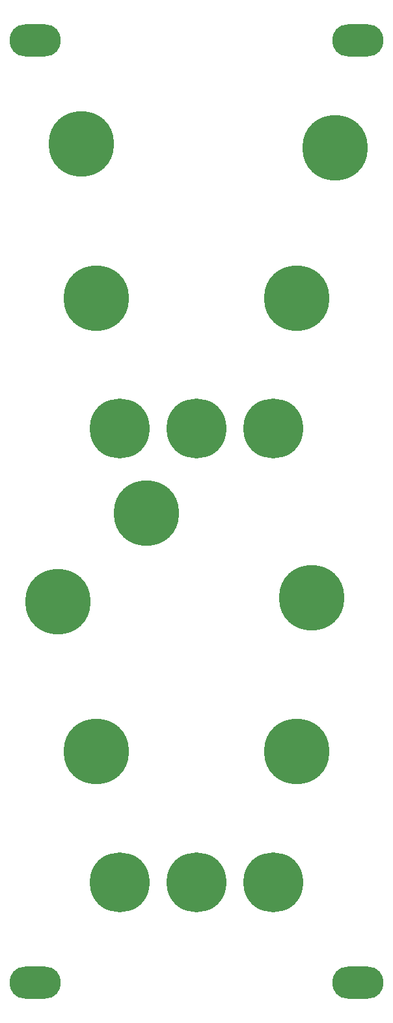
<source format=gtl>
G04 #@! TF.GenerationSoftware,KiCad,Pcbnew,7.0.7-7.0.7~ubuntu22.04.1*
G04 #@! TF.CreationDate,2023-10-11T22:59:52+02:00*
G04 #@! TF.ProjectId,MS20-VCF,4d533230-2d56-4434-962e-6b696361645f,rev?*
G04 #@! TF.SameCoordinates,Original*
G04 #@! TF.FileFunction,Copper,L1,Top*
G04 #@! TF.FilePolarity,Positive*
%FSLAX46Y46*%
G04 Gerber Fmt 4.6, Leading zero omitted, Abs format (unit mm)*
G04 Created by KiCad (PCBNEW 7.0.7-7.0.7~ubuntu22.04.1) date 2023-10-11 22:59:52*
%MOMM*%
%LPD*%
G01*
G04 APERTURE LIST*
G04 #@! TA.AperFunction,ComponentPad*
%ADD10O,6.700000X4.200000*%
G04 #@! TD*
G04 #@! TA.AperFunction,ViaPad*
%ADD11C,8.500000*%
G04 #@! TD*
G04 #@! TA.AperFunction,ViaPad*
%ADD12C,7.800000*%
G04 #@! TD*
G04 APERTURE END LIST*
D10*
X186000000Y-30000000D03*
X228000000Y-30000000D03*
X228000000Y-152500000D03*
X186000000Y-152500000D03*
D11*
X200500000Y-91500000D03*
D12*
X197000000Y-80500000D03*
X207000000Y-80500000D03*
X217000000Y-80500000D03*
D11*
X225000000Y-44000000D03*
X189000000Y-103000000D03*
X220000000Y-122500000D03*
X194000000Y-122500000D03*
X222000000Y-102500000D03*
D12*
X207000000Y-139500000D03*
X197000000Y-139500000D03*
X217000000Y-139500000D03*
D11*
X220000000Y-63500000D03*
X194000000Y-63500000D03*
X192000000Y-43500000D03*
M02*

</source>
